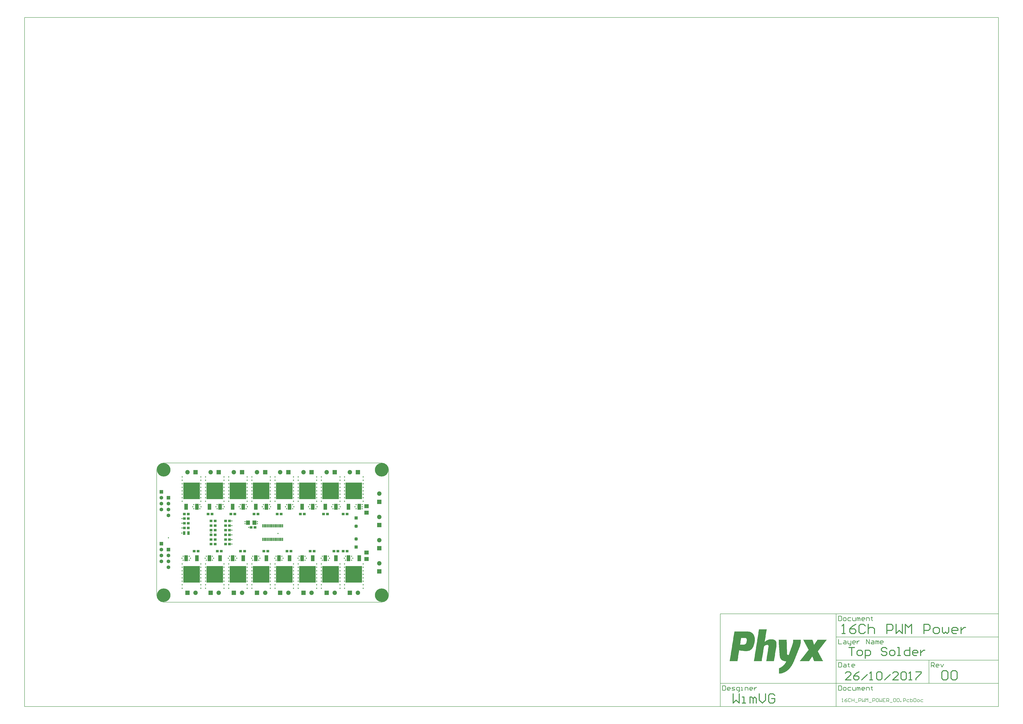
<source format=gts>
G04 Layer_Color=8388736*
%FSLAX25Y25*%
%MOIN*%
G70*
G01*
G75*
%ADD11C,0.00787*%
%ADD13C,0.01575*%
%ADD23C,0.00984*%
%ADD38R,0.01968X0.05709*%
%ADD39R,0.04724X0.04331*%
%ADD40R,0.06693X0.07480*%
%ADD41R,0.07480X0.06693*%
%ADD42R,0.04331X0.06299*%
%ADD43R,0.27953X0.27953*%
%ADD44R,0.06299X0.10236*%
%ADD45C,0.22835*%
%ADD46R,0.07480X0.07480*%
%ADD47C,0.07480*%
%ADD48R,0.05315X0.05315*%
G04:AMPARAMS|DCode=49|XSize=53.15mil|YSize=53.15mil|CornerRadius=14.27mil|HoleSize=0mil|Usage=FLASHONLY|Rotation=270.000|XOffset=0mil|YOffset=0mil|HoleType=Round|Shape=RoundedRectangle|*
%AMROUNDEDRECTD49*
21,1,0.05315,0.02461,0,0,270.0*
21,1,0.02461,0.05315,0,0,270.0*
1,1,0.02854,-0.01230,-0.01230*
1,1,0.02854,-0.01230,0.01230*
1,1,0.02854,0.01230,0.01230*
1,1,0.02854,0.01230,-0.01230*
%
%ADD49ROUNDEDRECTD49*%
%ADD50R,0.07480X0.07480*%
%ADD51R,0.06299X0.06299*%
%ADD52C,0.06299*%
%ADD53C,0.01968*%
G36*
X1093521Y-64032D02*
Y-64318D01*
Y-64605D01*
Y-64891D01*
Y-65177D01*
Y-65464D01*
Y-65750D01*
Y-66036D01*
Y-66322D01*
Y-66609D01*
Y-66895D01*
Y-67181D01*
Y-67468D01*
Y-67754D01*
Y-68040D01*
Y-68327D01*
Y-68613D01*
Y-68899D01*
Y-69186D01*
Y-69472D01*
Y-69758D01*
X1093234D01*
Y-70044D01*
Y-70331D01*
Y-70617D01*
Y-70903D01*
Y-71190D01*
X1092948D01*
Y-71476D01*
Y-71762D01*
Y-72049D01*
Y-72335D01*
X1092662D01*
Y-72621D01*
Y-72908D01*
Y-73194D01*
Y-73480D01*
X1092375D01*
Y-73767D01*
Y-74053D01*
Y-74339D01*
X1092089D01*
Y-74625D01*
Y-74912D01*
Y-75198D01*
X1091803D01*
Y-75485D01*
Y-75771D01*
Y-76057D01*
X1091516D01*
Y-76343D01*
Y-76630D01*
Y-76916D01*
X1091230D01*
Y-77202D01*
Y-77489D01*
X1090944D01*
Y-77775D01*
Y-78061D01*
X1090657D01*
Y-78348D01*
Y-78634D01*
Y-78920D01*
X1090371D01*
Y-79207D01*
Y-79493D01*
X1090085D01*
Y-79779D01*
Y-80066D01*
Y-80352D01*
X1089799D01*
Y-80638D01*
Y-80924D01*
X1089512D01*
Y-81211D01*
Y-81497D01*
Y-81783D01*
X1089226D01*
Y-82070D01*
Y-82356D01*
X1088939D01*
Y-82642D01*
Y-82929D01*
Y-83215D01*
X1088653D01*
Y-83501D01*
Y-83788D01*
X1088367D01*
Y-84074D01*
Y-84360D01*
Y-84646D01*
X1088081D01*
Y-84933D01*
Y-85219D01*
X1087794D01*
Y-85505D01*
Y-85792D01*
Y-86078D01*
X1087508D01*
Y-86364D01*
Y-86651D01*
X1087222D01*
Y-86937D01*
Y-87223D01*
Y-87510D01*
X1086935D01*
Y-87796D01*
Y-88082D01*
X1086649D01*
Y-88369D01*
Y-88655D01*
Y-88941D01*
X1086363D01*
Y-89227D01*
Y-89514D01*
X1086076D01*
Y-89800D01*
Y-90086D01*
Y-90373D01*
X1085790D01*
Y-90659D01*
Y-90945D01*
X1085504D01*
Y-91232D01*
Y-91518D01*
Y-91804D01*
X1085217D01*
Y-92091D01*
Y-92377D01*
X1084931D01*
Y-92663D01*
Y-92950D01*
Y-93236D01*
X1084645D01*
Y-93522D01*
Y-93809D01*
X1084359D01*
Y-94095D01*
Y-94381D01*
Y-94667D01*
X1084072D01*
Y-94954D01*
Y-95240D01*
X1083786D01*
Y-95526D01*
Y-95813D01*
Y-96099D01*
X1083500D01*
Y-96385D01*
Y-96672D01*
X1083213D01*
Y-96958D01*
Y-97244D01*
Y-97531D01*
X1082927D01*
Y-97817D01*
Y-98103D01*
X1082641D01*
Y-98390D01*
Y-98676D01*
Y-98962D01*
X1082354D01*
Y-99248D01*
Y-99535D01*
X1082068D01*
Y-99821D01*
Y-100107D01*
Y-100394D01*
X1081782D01*
Y-100680D01*
Y-100966D01*
X1081495D01*
Y-101253D01*
Y-101539D01*
X1081209D01*
Y-101825D01*
Y-102112D01*
X1080923D01*
Y-102398D01*
Y-102684D01*
Y-102971D01*
X1080637D01*
Y-103257D01*
X1080350D01*
Y-103543D01*
Y-103829D01*
Y-104116D01*
X1080064D01*
Y-104402D01*
X1079778D01*
Y-104688D01*
Y-104975D01*
X1079491D01*
Y-105261D01*
Y-105547D01*
X1079205D01*
Y-105834D01*
Y-106120D01*
X1078919D01*
Y-106406D01*
Y-106693D01*
X1078632D01*
Y-106979D01*
X1078346D01*
Y-107265D01*
Y-107552D01*
X1078060D01*
Y-107838D01*
Y-108124D01*
X1077773D01*
Y-108410D01*
X1077487D01*
Y-108697D01*
X1077201D01*
Y-108983D01*
Y-109269D01*
X1076914D01*
Y-109556D01*
X1076628D01*
Y-109842D01*
Y-110128D01*
X1076342D01*
Y-110415D01*
X1076056D01*
Y-110701D01*
X1075769D01*
Y-110987D01*
Y-111274D01*
X1075483D01*
Y-111560D01*
X1075196D01*
Y-111846D01*
X1074910D01*
Y-112133D01*
X1074624D01*
Y-112419D01*
X1074338D01*
Y-112705D01*
Y-112991D01*
X1074051D01*
Y-113278D01*
X1073765D01*
Y-113564D01*
X1073479D01*
Y-113850D01*
X1073192D01*
Y-114137D01*
X1072906D01*
Y-114423D01*
X1072620D01*
Y-114709D01*
X1072333D01*
Y-114996D01*
X1071761D01*
Y-115282D01*
X1071474D01*
Y-115568D01*
X1071188D01*
Y-115855D01*
X1070902D01*
Y-116141D01*
X1070615D01*
Y-116427D01*
X1070043D01*
Y-116714D01*
X1069757D01*
Y-117000D01*
X1069184D01*
Y-117286D01*
X1068898D01*
Y-117572D01*
X1068325D01*
Y-117859D01*
X1068039D01*
Y-118145D01*
X1067466D01*
Y-118431D01*
X1066893D01*
Y-118718D01*
X1066321D01*
Y-119004D01*
X1065748D01*
Y-119290D01*
X1065176D01*
Y-119577D01*
X1064317D01*
Y-119863D01*
X1063744D01*
Y-120149D01*
X1062885D01*
Y-120436D01*
X1061740D01*
Y-120722D01*
X1060595D01*
Y-121008D01*
X1058877D01*
Y-121294D01*
X1056872D01*
Y-121581D01*
X1056586D01*
Y-121294D01*
Y-121008D01*
Y-120722D01*
Y-120436D01*
Y-120149D01*
Y-119863D01*
Y-119577D01*
Y-119290D01*
Y-119004D01*
Y-118718D01*
Y-118431D01*
Y-118145D01*
Y-117859D01*
Y-117572D01*
Y-117286D01*
Y-117000D01*
Y-116714D01*
Y-116427D01*
Y-116141D01*
Y-115855D01*
Y-115568D01*
Y-115282D01*
Y-114996D01*
Y-114709D01*
Y-114423D01*
Y-114137D01*
Y-113850D01*
Y-113564D01*
Y-113278D01*
Y-112991D01*
Y-112705D01*
Y-112419D01*
Y-112133D01*
X1057159D01*
Y-111846D01*
X1057731D01*
Y-111560D01*
X1058304D01*
Y-111274D01*
X1058877D01*
Y-110987D01*
X1059449D01*
Y-110701D01*
X1060022D01*
Y-110415D01*
X1060308D01*
Y-110128D01*
X1060881D01*
Y-109842D01*
X1061167D01*
Y-109556D01*
X1061740D01*
Y-109269D01*
X1062026D01*
Y-108983D01*
X1062312D01*
Y-108697D01*
X1062885D01*
Y-108410D01*
X1063171D01*
Y-108124D01*
X1063458D01*
Y-107838D01*
X1063744D01*
Y-107552D01*
X1064030D01*
Y-107265D01*
X1064317D01*
Y-106979D01*
X1064603D01*
Y-106693D01*
X1064889D01*
Y-106406D01*
X1065176D01*
Y-106120D01*
X1065462D01*
Y-105834D01*
X1065748D01*
Y-105547D01*
X1066035D01*
Y-105261D01*
Y-104975D01*
X1066321D01*
Y-104688D01*
X1066607D01*
Y-104402D01*
X1066893D01*
Y-104116D01*
Y-103829D01*
X1067180D01*
Y-103543D01*
X1067466D01*
Y-103257D01*
Y-102971D01*
X1067752D01*
Y-102684D01*
Y-102398D01*
X1068039D01*
Y-102112D01*
X1068325D01*
Y-101825D01*
Y-101539D01*
X1068611D01*
Y-101253D01*
Y-100966D01*
X1068898D01*
Y-100680D01*
Y-100394D01*
X1067180D01*
Y-100107D01*
X1065176D01*
Y-99821D01*
X1064030D01*
Y-99535D01*
X1063458D01*
Y-99248D01*
X1062599D01*
Y-98962D01*
X1062026D01*
Y-98676D01*
X1061740D01*
Y-98390D01*
X1061167D01*
Y-98103D01*
X1060881D01*
Y-97817D01*
X1060595D01*
Y-97531D01*
X1060308D01*
Y-97244D01*
X1060022D01*
Y-96958D01*
X1059736D01*
Y-96672D01*
Y-96385D01*
X1059449D01*
Y-96099D01*
X1059163D01*
Y-95813D01*
Y-95526D01*
X1058877D01*
Y-95240D01*
Y-94954D01*
X1058590D01*
Y-94667D01*
Y-94381D01*
X1058304D01*
Y-94095D01*
Y-93809D01*
Y-93522D01*
X1058018D01*
Y-93236D01*
Y-92950D01*
Y-92663D01*
Y-92377D01*
X1057731D01*
Y-92091D01*
Y-91804D01*
Y-91518D01*
Y-91232D01*
Y-90945D01*
Y-90659D01*
Y-90373D01*
X1057445D01*
Y-90086D01*
Y-89800D01*
Y-89514D01*
Y-89227D01*
Y-88941D01*
Y-88655D01*
Y-88369D01*
Y-88082D01*
Y-87796D01*
Y-87510D01*
Y-87223D01*
Y-86937D01*
Y-86651D01*
Y-86364D01*
Y-86078D01*
X1057159D01*
Y-85792D01*
Y-85505D01*
Y-85219D01*
Y-84933D01*
Y-84646D01*
Y-84360D01*
Y-84074D01*
Y-83788D01*
Y-83501D01*
Y-83215D01*
Y-82929D01*
Y-82642D01*
Y-82356D01*
Y-82070D01*
Y-81783D01*
X1056872D01*
Y-81497D01*
Y-81211D01*
Y-80924D01*
Y-80638D01*
Y-80352D01*
Y-80066D01*
Y-79779D01*
Y-79493D01*
Y-79207D01*
Y-78920D01*
Y-78634D01*
Y-78348D01*
Y-78061D01*
Y-77775D01*
Y-77489D01*
Y-77202D01*
X1056586D01*
Y-76916D01*
Y-76630D01*
Y-76343D01*
Y-76057D01*
Y-75771D01*
Y-75485D01*
Y-75198D01*
Y-74912D01*
Y-74625D01*
Y-74339D01*
Y-74053D01*
Y-73767D01*
Y-73480D01*
Y-73194D01*
Y-72908D01*
Y-72621D01*
X1056300D01*
Y-72335D01*
Y-72049D01*
Y-71762D01*
Y-71476D01*
Y-71190D01*
Y-70903D01*
Y-70617D01*
Y-70331D01*
Y-70044D01*
Y-69758D01*
Y-69472D01*
Y-69186D01*
Y-68899D01*
Y-68613D01*
X1056014D01*
Y-68327D01*
Y-68040D01*
Y-67754D01*
Y-67468D01*
Y-67181D01*
Y-66895D01*
Y-66609D01*
Y-66322D01*
Y-66036D01*
Y-65750D01*
Y-65464D01*
Y-65177D01*
Y-64891D01*
Y-64605D01*
Y-64318D01*
Y-64032D01*
X1055727D01*
Y-63746D01*
X1069470D01*
Y-64032D01*
Y-64318D01*
Y-64605D01*
Y-64891D01*
Y-65177D01*
Y-65464D01*
Y-65750D01*
Y-66036D01*
Y-66322D01*
Y-66609D01*
Y-66895D01*
Y-67181D01*
Y-67468D01*
Y-67754D01*
X1069757D01*
Y-68040D01*
Y-68327D01*
Y-68613D01*
Y-68899D01*
Y-69186D01*
Y-69472D01*
Y-69758D01*
Y-70044D01*
Y-70331D01*
Y-70617D01*
Y-70903D01*
Y-71190D01*
Y-71476D01*
Y-71762D01*
Y-72049D01*
Y-72335D01*
Y-72621D01*
Y-72908D01*
Y-73194D01*
Y-73480D01*
Y-73767D01*
Y-74053D01*
Y-74339D01*
Y-74625D01*
Y-74912D01*
Y-75198D01*
Y-75485D01*
Y-75771D01*
Y-76057D01*
Y-76343D01*
Y-76630D01*
Y-76916D01*
Y-77202D01*
Y-77489D01*
Y-77775D01*
Y-78061D01*
Y-78348D01*
Y-78634D01*
Y-78920D01*
Y-79207D01*
Y-79493D01*
X1070043D01*
Y-79779D01*
X1069757D01*
Y-80066D01*
Y-80352D01*
X1070043D01*
Y-80638D01*
Y-80924D01*
Y-81211D01*
Y-81497D01*
Y-81783D01*
Y-82070D01*
Y-82356D01*
Y-82642D01*
Y-82929D01*
Y-83215D01*
Y-83501D01*
Y-83788D01*
Y-84074D01*
Y-84360D01*
Y-84646D01*
Y-84933D01*
Y-85219D01*
Y-85505D01*
Y-85792D01*
Y-86078D01*
Y-86364D01*
Y-86651D01*
Y-86937D01*
Y-87223D01*
Y-87510D01*
Y-87796D01*
X1070329D01*
Y-88082D01*
Y-88369D01*
Y-88655D01*
X1070615D01*
Y-88941D01*
X1070902D01*
Y-89227D01*
X1071188D01*
Y-89514D01*
X1072047D01*
Y-89800D01*
X1072906D01*
Y-89514D01*
X1073192D01*
Y-89227D01*
Y-88941D01*
Y-88655D01*
X1073479D01*
Y-88369D01*
Y-88082D01*
X1073765D01*
Y-87796D01*
Y-87510D01*
Y-87223D01*
X1074051D01*
Y-86937D01*
Y-86651D01*
Y-86364D01*
X1074338D01*
Y-86078D01*
Y-85792D01*
Y-85505D01*
X1074624D01*
Y-85219D01*
Y-84933D01*
Y-84646D01*
X1074910D01*
Y-84360D01*
Y-84074D01*
X1075196D01*
Y-83788D01*
Y-83501D01*
Y-83215D01*
X1075483D01*
Y-82929D01*
Y-82642D01*
Y-82356D01*
X1075769D01*
Y-82070D01*
Y-81783D01*
Y-81497D01*
X1076056D01*
Y-81211D01*
Y-80924D01*
X1076342D01*
Y-80638D01*
Y-80352D01*
Y-80066D01*
X1076628D01*
Y-79779D01*
Y-79493D01*
Y-79207D01*
X1076914D01*
Y-78920D01*
Y-78634D01*
Y-78348D01*
X1077201D01*
Y-78061D01*
Y-77775D01*
X1077487D01*
Y-77489D01*
Y-77202D01*
Y-76916D01*
X1077773D01*
Y-76630D01*
Y-76343D01*
Y-76057D01*
X1078060D01*
Y-75771D01*
Y-75485D01*
Y-75198D01*
X1078346D01*
Y-74912D01*
Y-74625D01*
X1078632D01*
Y-74339D01*
Y-74053D01*
Y-73767D01*
X1078919D01*
Y-73480D01*
Y-73194D01*
Y-72908D01*
X1079205D01*
Y-72621D01*
Y-72335D01*
Y-72049D01*
X1079491D01*
Y-71762D01*
Y-71476D01*
Y-71190D01*
Y-70903D01*
X1079778D01*
Y-70617D01*
Y-70331D01*
Y-70044D01*
Y-69758D01*
X1080064D01*
Y-69472D01*
Y-69186D01*
Y-68899D01*
Y-68613D01*
Y-68327D01*
X1080350D01*
Y-68040D01*
Y-67754D01*
Y-67468D01*
Y-67181D01*
Y-66895D01*
Y-66609D01*
X1080637D01*
Y-66322D01*
Y-66036D01*
Y-65750D01*
Y-65464D01*
Y-65177D01*
Y-64891D01*
Y-64605D01*
Y-64318D01*
Y-64032D01*
Y-63746D01*
X1093521D01*
Y-64032D01*
D02*
G37*
G36*
X1035685Y-46567D02*
Y-46853D01*
X1035399D01*
Y-47139D01*
Y-47426D01*
Y-47712D01*
Y-47998D01*
Y-48285D01*
Y-48571D01*
X1035113D01*
Y-48857D01*
Y-49144D01*
Y-49430D01*
Y-49716D01*
Y-50003D01*
Y-50289D01*
X1034826D01*
Y-50575D01*
Y-50862D01*
Y-51148D01*
Y-51434D01*
Y-51720D01*
Y-52007D01*
Y-52293D01*
X1034540D01*
Y-52579D01*
Y-52866D01*
Y-53152D01*
Y-53438D01*
Y-53725D01*
Y-54011D01*
X1034254D01*
Y-54297D01*
Y-54584D01*
Y-54870D01*
Y-55156D01*
Y-55443D01*
Y-55729D01*
X1033967D01*
Y-56015D01*
Y-56301D01*
Y-56588D01*
Y-56874D01*
Y-57161D01*
Y-57447D01*
Y-57733D01*
X1033681D01*
Y-58019D01*
Y-58306D01*
Y-58592D01*
Y-58878D01*
Y-59165D01*
Y-59451D01*
X1033395D01*
Y-59737D01*
Y-60024D01*
Y-60310D01*
Y-60596D01*
Y-60883D01*
Y-61169D01*
X1033109D01*
Y-61455D01*
Y-61742D01*
Y-62028D01*
Y-62314D01*
Y-62600D01*
Y-62887D01*
X1032822D01*
Y-63173D01*
Y-63459D01*
Y-63746D01*
Y-64032D01*
Y-64318D01*
Y-64605D01*
Y-64891D01*
X1032536D01*
Y-65177D01*
Y-65464D01*
Y-65750D01*
Y-66036D01*
Y-66322D01*
Y-66609D01*
X1032250D01*
Y-66895D01*
Y-67181D01*
X1032822D01*
Y-66895D01*
X1033109D01*
Y-66609D01*
X1033395D01*
Y-66322D01*
X1033967D01*
Y-66036D01*
X1034254D01*
Y-65750D01*
X1034540D01*
Y-65464D01*
X1035113D01*
Y-65177D01*
X1035685D01*
Y-64891D01*
X1035972D01*
Y-64605D01*
X1036544D01*
Y-64318D01*
X1037403D01*
Y-64032D01*
X1037976D01*
Y-63746D01*
X1038835D01*
Y-63459D01*
X1040266D01*
Y-63173D01*
X1046565D01*
Y-63459D01*
X1047711D01*
Y-63746D01*
X1048569D01*
Y-64032D01*
X1049142D01*
Y-64318D01*
X1049428D01*
Y-64605D01*
X1050001D01*
Y-64891D01*
X1050287D01*
Y-65177D01*
X1050574D01*
Y-65464D01*
X1050860D01*
Y-65750D01*
X1051146D01*
Y-66036D01*
Y-66322D01*
X1051433D01*
Y-66609D01*
Y-66895D01*
X1051719D01*
Y-67181D01*
Y-67468D01*
Y-67754D01*
X1052005D01*
Y-68040D01*
Y-68327D01*
Y-68613D01*
Y-68899D01*
X1052291D01*
Y-69186D01*
Y-69472D01*
Y-69758D01*
Y-70044D01*
Y-70331D01*
Y-70617D01*
Y-70903D01*
Y-71190D01*
Y-71476D01*
Y-71762D01*
Y-72049D01*
Y-72335D01*
Y-72621D01*
Y-72908D01*
Y-73194D01*
Y-73480D01*
Y-73767D01*
Y-74053D01*
X1052005D01*
Y-74339D01*
Y-74625D01*
Y-74912D01*
Y-75198D01*
Y-75485D01*
Y-75771D01*
Y-76057D01*
X1051719D01*
Y-76343D01*
Y-76630D01*
Y-76916D01*
Y-77202D01*
Y-77489D01*
Y-77775D01*
Y-78061D01*
X1051433D01*
Y-78348D01*
Y-78634D01*
Y-78920D01*
Y-79207D01*
Y-79493D01*
Y-79779D01*
X1051146D01*
Y-80066D01*
Y-80352D01*
Y-80638D01*
Y-80924D01*
Y-81211D01*
Y-81497D01*
X1050860D01*
Y-81783D01*
Y-82070D01*
Y-82356D01*
Y-82642D01*
Y-82929D01*
Y-83215D01*
X1050574D01*
Y-83501D01*
Y-83788D01*
Y-84074D01*
Y-84360D01*
Y-84646D01*
Y-84933D01*
Y-85219D01*
X1050287D01*
Y-85505D01*
Y-85792D01*
Y-86078D01*
Y-86364D01*
Y-86651D01*
Y-86937D01*
X1050001D01*
Y-87223D01*
Y-87510D01*
Y-87796D01*
Y-88082D01*
Y-88369D01*
Y-88655D01*
X1049715D01*
Y-88941D01*
Y-89227D01*
Y-89514D01*
Y-89800D01*
Y-90086D01*
Y-90373D01*
Y-90659D01*
X1049428D01*
Y-90945D01*
Y-91232D01*
Y-91518D01*
Y-91804D01*
Y-92091D01*
Y-92377D01*
X1049142D01*
Y-92663D01*
Y-92950D01*
Y-93236D01*
Y-93522D01*
Y-93809D01*
Y-94095D01*
X1048856D01*
Y-94381D01*
Y-94667D01*
Y-94954D01*
Y-95240D01*
Y-95526D01*
Y-95813D01*
X1048569D01*
Y-96099D01*
Y-96385D01*
Y-96672D01*
Y-96958D01*
Y-97244D01*
Y-97531D01*
Y-97817D01*
X1048283D01*
Y-98103D01*
Y-98390D01*
Y-98676D01*
Y-98962D01*
Y-99248D01*
Y-99535D01*
X1047997D01*
Y-99821D01*
Y-100107D01*
X1034826D01*
Y-99821D01*
Y-99535D01*
X1035113D01*
Y-99248D01*
Y-98962D01*
Y-98676D01*
Y-98390D01*
Y-98103D01*
Y-97817D01*
X1035399D01*
Y-97531D01*
Y-97244D01*
Y-96958D01*
Y-96672D01*
Y-96385D01*
Y-96099D01*
Y-95813D01*
X1035685D01*
Y-95526D01*
Y-95240D01*
Y-94954D01*
Y-94667D01*
Y-94381D01*
Y-94095D01*
X1035972D01*
Y-93809D01*
Y-93522D01*
Y-93236D01*
Y-92950D01*
Y-92663D01*
Y-92377D01*
X1036258D01*
Y-92091D01*
Y-91804D01*
Y-91518D01*
Y-91232D01*
Y-90945D01*
Y-90659D01*
Y-90373D01*
X1036544D01*
Y-90086D01*
Y-89800D01*
Y-89514D01*
Y-89227D01*
Y-88941D01*
Y-88655D01*
X1036831D01*
Y-88369D01*
Y-88082D01*
Y-87796D01*
Y-87510D01*
Y-87223D01*
Y-86937D01*
Y-86651D01*
X1037117D01*
Y-86364D01*
Y-86078D01*
Y-85792D01*
Y-85505D01*
Y-85219D01*
Y-84933D01*
X1037403D01*
Y-84646D01*
Y-84360D01*
Y-84074D01*
Y-83788D01*
Y-83501D01*
Y-83215D01*
X1037689D01*
Y-82929D01*
Y-82642D01*
Y-82356D01*
Y-82070D01*
Y-81783D01*
Y-81497D01*
X1037976D01*
Y-81211D01*
Y-80924D01*
Y-80638D01*
Y-80352D01*
Y-80066D01*
Y-79779D01*
Y-79493D01*
X1038262D01*
Y-79207D01*
Y-78920D01*
Y-78634D01*
Y-78348D01*
Y-78061D01*
Y-77775D01*
X1038548D01*
Y-77489D01*
Y-77202D01*
Y-76916D01*
Y-76630D01*
Y-76343D01*
Y-76057D01*
Y-75771D01*
X1038835D01*
Y-75485D01*
Y-75198D01*
Y-74912D01*
Y-74625D01*
Y-74339D01*
Y-74053D01*
X1038548D01*
Y-73767D01*
Y-73480D01*
X1038262D01*
Y-73194D01*
X1037976D01*
Y-72908D01*
X1037403D01*
Y-72621D01*
X1035685D01*
Y-72908D01*
X1034254D01*
Y-73194D01*
X1033395D01*
Y-73480D01*
X1032822D01*
Y-73767D01*
X1032536D01*
Y-74053D01*
X1031963D01*
Y-74339D01*
X1031677D01*
Y-74625D01*
X1031391D01*
Y-74912D01*
Y-75198D01*
X1031104D01*
Y-75485D01*
Y-75771D01*
Y-76057D01*
X1030818D01*
Y-76343D01*
Y-76630D01*
Y-76916D01*
Y-77202D01*
Y-77489D01*
Y-77775D01*
X1030532D01*
Y-78061D01*
Y-78348D01*
Y-78634D01*
Y-78920D01*
Y-79207D01*
Y-79493D01*
Y-79779D01*
X1030245D01*
Y-80066D01*
Y-80352D01*
Y-80638D01*
Y-80924D01*
Y-81211D01*
Y-81497D01*
X1029959D01*
Y-81783D01*
Y-82070D01*
Y-82356D01*
Y-82642D01*
Y-82929D01*
Y-83215D01*
X1029673D01*
Y-83501D01*
Y-83788D01*
Y-84074D01*
Y-84360D01*
Y-84646D01*
Y-84933D01*
X1029387D01*
Y-85219D01*
Y-85505D01*
Y-85792D01*
Y-86078D01*
Y-86364D01*
Y-86651D01*
Y-86937D01*
X1029100D01*
Y-87223D01*
Y-87510D01*
Y-87796D01*
Y-88082D01*
Y-88369D01*
Y-88655D01*
X1028814D01*
Y-88941D01*
Y-89227D01*
Y-89514D01*
Y-89800D01*
Y-90086D01*
Y-90373D01*
X1028528D01*
Y-90659D01*
Y-90945D01*
Y-91232D01*
Y-91518D01*
Y-91804D01*
Y-92091D01*
Y-92377D01*
X1028241D01*
Y-92663D01*
Y-92950D01*
Y-93236D01*
Y-93522D01*
Y-93809D01*
Y-94095D01*
X1027955D01*
Y-94381D01*
Y-94667D01*
Y-94954D01*
Y-95240D01*
Y-95526D01*
Y-95813D01*
X1027669D01*
Y-96099D01*
Y-96385D01*
Y-96672D01*
Y-96958D01*
Y-97244D01*
Y-97531D01*
X1027382D01*
Y-97817D01*
Y-98103D01*
Y-98390D01*
Y-98676D01*
Y-98962D01*
Y-99248D01*
Y-99535D01*
X1027096D01*
Y-99821D01*
Y-100107D01*
X1013926D01*
Y-99821D01*
Y-99535D01*
X1014212D01*
Y-99248D01*
Y-98962D01*
Y-98676D01*
Y-98390D01*
Y-98103D01*
Y-97817D01*
Y-97531D01*
X1014498D01*
Y-97244D01*
Y-96958D01*
Y-96672D01*
Y-96385D01*
Y-96099D01*
Y-95813D01*
X1014785D01*
Y-95526D01*
Y-95240D01*
Y-94954D01*
Y-94667D01*
Y-94381D01*
Y-94095D01*
X1015071D01*
Y-93809D01*
Y-93522D01*
Y-93236D01*
Y-92950D01*
Y-92663D01*
Y-92377D01*
Y-92091D01*
X1015357D01*
Y-91804D01*
Y-91518D01*
Y-91232D01*
Y-90945D01*
Y-90659D01*
Y-90373D01*
X1015643D01*
Y-90086D01*
Y-89800D01*
Y-89514D01*
Y-89227D01*
Y-88941D01*
Y-88655D01*
X1015930D01*
Y-88369D01*
Y-88082D01*
Y-87796D01*
Y-87510D01*
Y-87223D01*
Y-86937D01*
X1016216D01*
Y-86651D01*
Y-86364D01*
Y-86078D01*
Y-85792D01*
Y-85505D01*
Y-85219D01*
Y-84933D01*
X1016502D01*
Y-84646D01*
Y-84360D01*
Y-84074D01*
Y-83788D01*
Y-83501D01*
Y-83215D01*
X1016789D01*
Y-82929D01*
Y-82642D01*
Y-82356D01*
Y-82070D01*
Y-81783D01*
Y-81497D01*
X1017075D01*
Y-81211D01*
Y-80924D01*
Y-80638D01*
Y-80352D01*
Y-80066D01*
Y-79779D01*
Y-79493D01*
X1017361D01*
Y-79207D01*
Y-78920D01*
Y-78634D01*
Y-78348D01*
Y-78061D01*
Y-77775D01*
X1017648D01*
Y-77489D01*
Y-77202D01*
Y-76916D01*
Y-76630D01*
Y-76343D01*
Y-76057D01*
X1017934D01*
Y-75771D01*
Y-75485D01*
Y-75198D01*
Y-74912D01*
Y-74625D01*
Y-74339D01*
X1018220D01*
Y-74053D01*
Y-73767D01*
Y-73480D01*
Y-73194D01*
Y-72908D01*
Y-72621D01*
Y-72335D01*
X1018507D01*
Y-72049D01*
Y-71762D01*
Y-71476D01*
Y-71190D01*
Y-70903D01*
Y-70617D01*
X1018793D01*
Y-70331D01*
Y-70044D01*
Y-69758D01*
Y-69472D01*
Y-69186D01*
Y-68899D01*
X1019079D01*
Y-68613D01*
Y-68327D01*
Y-68040D01*
Y-67754D01*
Y-67468D01*
Y-67181D01*
X1019366D01*
Y-66895D01*
Y-66609D01*
Y-66322D01*
Y-66036D01*
Y-65750D01*
Y-65464D01*
Y-65177D01*
X1019652D01*
Y-64891D01*
Y-64605D01*
Y-64318D01*
Y-64032D01*
Y-63746D01*
Y-63459D01*
X1019938D01*
Y-63173D01*
Y-62887D01*
Y-62600D01*
Y-62314D01*
Y-62028D01*
Y-61742D01*
X1020224D01*
Y-61455D01*
Y-61169D01*
Y-60883D01*
Y-60596D01*
Y-60310D01*
Y-60024D01*
Y-59737D01*
X1020511D01*
Y-59451D01*
Y-59165D01*
Y-58878D01*
Y-58592D01*
Y-58306D01*
Y-58019D01*
X1020797D01*
Y-57733D01*
Y-57447D01*
Y-57161D01*
Y-56874D01*
Y-56588D01*
Y-56301D01*
X1021083D01*
Y-56015D01*
Y-55729D01*
Y-55443D01*
Y-55156D01*
Y-54870D01*
Y-54584D01*
X1021370D01*
Y-54297D01*
Y-54011D01*
Y-53725D01*
Y-53438D01*
Y-53152D01*
Y-52866D01*
Y-52579D01*
X1021656D01*
Y-52293D01*
Y-52007D01*
Y-51720D01*
Y-51434D01*
Y-51148D01*
Y-50862D01*
X1021942D01*
Y-50575D01*
Y-50289D01*
Y-50003D01*
Y-49716D01*
Y-49430D01*
Y-49144D01*
X1022229D01*
Y-48857D01*
Y-48571D01*
Y-48285D01*
Y-47998D01*
Y-47712D01*
Y-47426D01*
Y-47139D01*
X1022515D01*
Y-46853D01*
Y-46567D01*
Y-46281D01*
X1035685D01*
Y-46567D01*
D02*
G37*
G36*
X1004477Y-50003D02*
X1006195D01*
Y-50289D01*
X1007054D01*
Y-50575D01*
X1007913D01*
Y-50862D01*
X1008772D01*
Y-51148D01*
X1009345D01*
Y-51434D01*
X1009631D01*
Y-51720D01*
X1010203D01*
Y-52007D01*
X1010490D01*
Y-52293D01*
X1011062D01*
Y-52579D01*
X1011349D01*
Y-52866D01*
X1011635D01*
Y-53152D01*
X1011921D01*
Y-53438D01*
X1012208D01*
Y-53725D01*
X1012494D01*
Y-54011D01*
X1012780D01*
Y-54297D01*
Y-54584D01*
X1013067D01*
Y-54870D01*
X1013353D01*
Y-55156D01*
Y-55443D01*
X1013639D01*
Y-55729D01*
X1013926D01*
Y-56015D01*
Y-56301D01*
X1014212D01*
Y-56588D01*
Y-56874D01*
Y-57161D01*
X1014498D01*
Y-57447D01*
Y-57733D01*
Y-58019D01*
X1014785D01*
Y-58306D01*
Y-58592D01*
Y-58878D01*
Y-59165D01*
X1015071D01*
Y-59451D01*
Y-59737D01*
Y-60024D01*
Y-60310D01*
Y-60596D01*
X1015357D01*
Y-60883D01*
Y-61169D01*
Y-61455D01*
Y-61742D01*
Y-62028D01*
Y-62314D01*
Y-62600D01*
Y-62887D01*
Y-63173D01*
Y-63459D01*
Y-63746D01*
Y-64032D01*
Y-64318D01*
Y-64605D01*
Y-64891D01*
Y-65177D01*
Y-65464D01*
Y-65750D01*
Y-66036D01*
Y-66322D01*
X1015071D01*
Y-66609D01*
Y-66895D01*
Y-67181D01*
Y-67468D01*
Y-67754D01*
Y-68040D01*
Y-68327D01*
X1014785D01*
Y-68613D01*
Y-68899D01*
Y-69186D01*
Y-69472D01*
Y-69758D01*
X1014498D01*
Y-70044D01*
Y-70331D01*
Y-70617D01*
Y-70903D01*
Y-71190D01*
X1014212D01*
Y-71476D01*
Y-71762D01*
Y-72049D01*
X1013926D01*
Y-72335D01*
Y-72621D01*
Y-72908D01*
Y-73194D01*
X1013639D01*
Y-73480D01*
Y-73767D01*
Y-74053D01*
X1013353D01*
Y-74339D01*
Y-74625D01*
X1013067D01*
Y-74912D01*
Y-75198D01*
Y-75485D01*
X1012780D01*
Y-75771D01*
Y-76057D01*
X1012494D01*
Y-76343D01*
Y-76630D01*
X1012208D01*
Y-76916D01*
Y-77202D01*
X1011921D01*
Y-77489D01*
X1011635D01*
Y-77775D01*
Y-78061D01*
X1011349D01*
Y-78348D01*
X1011062D01*
Y-78634D01*
X1010776D01*
Y-78920D01*
Y-79207D01*
X1010490D01*
Y-79493D01*
X1010203D01*
Y-79779D01*
X1009917D01*
Y-80066D01*
X1009631D01*
Y-80352D01*
X1009345D01*
Y-80638D01*
X1008772D01*
Y-80924D01*
X1008486D01*
Y-81211D01*
X1007913D01*
Y-81497D01*
X1007627D01*
Y-81783D01*
X1007054D01*
Y-82070D01*
X1006195D01*
Y-82356D01*
X1005336D01*
Y-82642D01*
X1004477D01*
Y-82929D01*
X1002759D01*
Y-83215D01*
X997606D01*
Y-82929D01*
X995029D01*
Y-82642D01*
X993025D01*
Y-82356D01*
X991593D01*
Y-82070D01*
X990162D01*
Y-81783D01*
X988730D01*
Y-82070D01*
Y-82356D01*
Y-82642D01*
Y-82929D01*
Y-83215D01*
Y-83501D01*
Y-83788D01*
X988444D01*
Y-84074D01*
Y-84360D01*
Y-84646D01*
Y-84933D01*
Y-85219D01*
Y-85505D01*
X988157D01*
Y-85792D01*
Y-86078D01*
Y-86364D01*
Y-86651D01*
Y-86937D01*
Y-87223D01*
X987871D01*
Y-87510D01*
Y-87796D01*
Y-88082D01*
Y-88369D01*
Y-88655D01*
Y-88941D01*
Y-89227D01*
X987585D01*
Y-89514D01*
Y-89800D01*
Y-90086D01*
Y-90373D01*
Y-90659D01*
Y-90945D01*
X987298D01*
Y-91232D01*
Y-91518D01*
Y-91804D01*
Y-92091D01*
Y-92377D01*
Y-92663D01*
X987012D01*
Y-92950D01*
Y-93236D01*
Y-93522D01*
Y-93809D01*
Y-94095D01*
Y-94381D01*
Y-94667D01*
X986726D01*
Y-94954D01*
Y-95240D01*
Y-95526D01*
Y-95813D01*
Y-96099D01*
Y-96385D01*
X986440D01*
Y-96672D01*
Y-96958D01*
Y-97244D01*
Y-97531D01*
Y-97817D01*
Y-98103D01*
X986153D01*
Y-98390D01*
Y-98676D01*
Y-98962D01*
Y-99248D01*
Y-99535D01*
Y-99821D01*
Y-100107D01*
X972696D01*
Y-99821D01*
X972983D01*
Y-99535D01*
Y-99248D01*
Y-98962D01*
Y-98676D01*
Y-98390D01*
X973269D01*
Y-98103D01*
Y-97817D01*
Y-97531D01*
Y-97244D01*
Y-96958D01*
Y-96672D01*
Y-96385D01*
X973555D01*
Y-96099D01*
Y-95813D01*
Y-95526D01*
Y-95240D01*
Y-94954D01*
Y-94667D01*
X973842D01*
Y-94381D01*
Y-94095D01*
Y-93809D01*
Y-93522D01*
Y-93236D01*
Y-92950D01*
X974128D01*
Y-92663D01*
Y-92377D01*
Y-92091D01*
Y-91804D01*
Y-91518D01*
Y-91232D01*
Y-90945D01*
X974414D01*
Y-90659D01*
Y-90373D01*
Y-90086D01*
Y-89800D01*
Y-89514D01*
Y-89227D01*
X974701D01*
Y-88941D01*
Y-88655D01*
Y-88369D01*
Y-88082D01*
Y-87796D01*
Y-87510D01*
X974987D01*
Y-87223D01*
Y-86937D01*
Y-86651D01*
Y-86364D01*
Y-86078D01*
Y-85792D01*
X975273D01*
Y-85505D01*
Y-85219D01*
Y-84933D01*
Y-84646D01*
Y-84360D01*
Y-84074D01*
Y-83788D01*
X975560D01*
Y-83501D01*
Y-83215D01*
Y-82929D01*
Y-82642D01*
Y-82356D01*
Y-82070D01*
X975846D01*
Y-81783D01*
Y-81497D01*
Y-81211D01*
Y-80924D01*
Y-80638D01*
Y-80352D01*
X976132D01*
Y-80066D01*
Y-79779D01*
Y-79493D01*
Y-79207D01*
Y-78920D01*
Y-78634D01*
X976419D01*
Y-78348D01*
Y-78061D01*
Y-77775D01*
Y-77489D01*
Y-77202D01*
Y-76916D01*
Y-76630D01*
X976705D01*
Y-76343D01*
Y-76057D01*
Y-75771D01*
Y-75485D01*
Y-75198D01*
Y-74912D01*
X976991D01*
Y-74625D01*
Y-74339D01*
Y-74053D01*
Y-73767D01*
Y-73480D01*
Y-73194D01*
X977277D01*
Y-72908D01*
Y-72621D01*
Y-72335D01*
Y-72049D01*
Y-71762D01*
Y-71476D01*
Y-71190D01*
X977564D01*
Y-70903D01*
Y-70617D01*
Y-70331D01*
Y-70044D01*
Y-69758D01*
Y-69472D01*
X977850D01*
Y-69186D01*
Y-68899D01*
Y-68613D01*
Y-68327D01*
Y-68040D01*
Y-67754D01*
X978137D01*
Y-67468D01*
Y-67181D01*
Y-66895D01*
Y-66609D01*
Y-66322D01*
Y-66036D01*
X978423D01*
Y-65750D01*
Y-65464D01*
Y-65177D01*
Y-64891D01*
Y-64605D01*
Y-64318D01*
Y-64032D01*
X978709D01*
Y-63746D01*
Y-63459D01*
Y-63173D01*
Y-62887D01*
Y-62600D01*
Y-62314D01*
X978995D01*
Y-62028D01*
Y-61742D01*
Y-61455D01*
Y-61169D01*
Y-60883D01*
Y-60596D01*
X979282D01*
Y-60310D01*
Y-60024D01*
Y-59737D01*
Y-59451D01*
Y-59165D01*
Y-58878D01*
Y-58592D01*
X979568D01*
Y-58306D01*
Y-58019D01*
Y-57733D01*
Y-57447D01*
Y-57161D01*
Y-56874D01*
X979854D01*
Y-56588D01*
Y-56301D01*
Y-56015D01*
Y-55729D01*
Y-55443D01*
Y-55156D01*
X980141D01*
Y-54870D01*
Y-54584D01*
Y-54297D01*
Y-54011D01*
Y-53725D01*
Y-53438D01*
Y-53152D01*
X980427D01*
Y-52866D01*
Y-52579D01*
Y-52293D01*
Y-52007D01*
Y-51720D01*
Y-51434D01*
X980713D01*
Y-51148D01*
Y-50862D01*
Y-50575D01*
Y-50289D01*
Y-50003D01*
Y-49716D01*
X1004477D01*
Y-50003D01*
D02*
G37*
G36*
X1137613Y-64032D02*
X1137326D01*
Y-64318D01*
X1137040D01*
Y-64605D01*
Y-64891D01*
X1136754D01*
Y-65177D01*
X1136467D01*
Y-65464D01*
X1136181D01*
Y-65750D01*
Y-66036D01*
X1135895D01*
Y-66322D01*
X1135608D01*
Y-66609D01*
X1135322D01*
Y-66895D01*
X1135036D01*
Y-67181D01*
Y-67468D01*
X1134750D01*
Y-67754D01*
X1134463D01*
Y-68040D01*
X1134177D01*
Y-68327D01*
Y-68613D01*
X1133891D01*
Y-68899D01*
X1133604D01*
Y-69186D01*
X1133318D01*
Y-69472D01*
X1133032D01*
Y-69758D01*
Y-70044D01*
X1132745D01*
Y-70331D01*
X1132459D01*
Y-70617D01*
X1132173D01*
Y-70903D01*
Y-71190D01*
X1131886D01*
Y-71476D01*
X1131600D01*
Y-71762D01*
X1131314D01*
Y-72049D01*
Y-72335D01*
X1131028D01*
Y-72621D01*
X1130741D01*
Y-72908D01*
X1130455D01*
Y-73194D01*
X1130169D01*
Y-73480D01*
Y-73767D01*
X1129882D01*
Y-74053D01*
X1129596D01*
Y-74339D01*
X1129310D01*
Y-74625D01*
Y-74912D01*
X1129023D01*
Y-75198D01*
X1128737D01*
Y-75485D01*
X1128451D01*
Y-75771D01*
Y-76057D01*
X1128164D01*
Y-76343D01*
X1127878D01*
Y-76630D01*
X1127592D01*
Y-76916D01*
X1127306D01*
Y-77202D01*
Y-77489D01*
X1127019D01*
Y-77775D01*
X1126733D01*
Y-78061D01*
X1126447D01*
Y-78348D01*
Y-78634D01*
X1126160D01*
Y-78920D01*
X1125874D01*
Y-79207D01*
X1125588D01*
Y-79493D01*
Y-79779D01*
X1125301D01*
Y-80066D01*
X1125015D01*
Y-80352D01*
X1124729D01*
Y-80638D01*
X1124442D01*
Y-80924D01*
Y-81211D01*
X1124156D01*
Y-81497D01*
X1123870D01*
Y-81783D01*
X1123583D01*
Y-82070D01*
Y-82356D01*
X1123297D01*
Y-82642D01*
X1123011D01*
Y-82929D01*
X1122725D01*
Y-83215D01*
X1122438D01*
Y-83501D01*
Y-83788D01*
X1122725D01*
Y-84074D01*
Y-84360D01*
X1123011D01*
Y-84646D01*
Y-84933D01*
X1123297D01*
Y-85219D01*
X1123583D01*
Y-85505D01*
Y-85792D01*
X1123870D01*
Y-86078D01*
Y-86364D01*
X1124156D01*
Y-86651D01*
Y-86937D01*
X1124442D01*
Y-87223D01*
Y-87510D01*
X1124729D01*
Y-87796D01*
Y-88082D01*
X1125015D01*
Y-88369D01*
Y-88655D01*
X1125301D01*
Y-88941D01*
Y-89227D01*
X1125588D01*
Y-89514D01*
Y-89800D01*
X1125874D01*
Y-90086D01*
X1126160D01*
Y-90373D01*
Y-90659D01*
X1126447D01*
Y-90945D01*
Y-91232D01*
X1126733D01*
Y-91518D01*
Y-91804D01*
X1127019D01*
Y-92091D01*
Y-92377D01*
X1127306D01*
Y-92663D01*
Y-92950D01*
X1127592D01*
Y-93236D01*
Y-93522D01*
X1127878D01*
Y-93809D01*
Y-94095D01*
X1128164D01*
Y-94381D01*
X1128451D01*
Y-94667D01*
Y-94954D01*
X1128737D01*
Y-95240D01*
Y-95526D01*
X1129023D01*
Y-95813D01*
Y-96099D01*
X1129310D01*
Y-96385D01*
Y-96672D01*
X1129596D01*
Y-96958D01*
Y-97244D01*
X1129882D01*
Y-97531D01*
Y-97817D01*
X1130169D01*
Y-98103D01*
Y-98390D01*
X1130455D01*
Y-98676D01*
X1130741D01*
Y-98962D01*
Y-99248D01*
X1131028D01*
Y-99535D01*
Y-99821D01*
X1131314D01*
Y-100107D01*
X1116139D01*
Y-99821D01*
X1115853D01*
Y-99535D01*
Y-99248D01*
Y-98962D01*
X1115567D01*
Y-98676D01*
Y-98390D01*
Y-98103D01*
X1115280D01*
Y-97817D01*
Y-97531D01*
X1114994D01*
Y-97244D01*
Y-96958D01*
Y-96672D01*
X1114708D01*
Y-96385D01*
Y-96099D01*
Y-95813D01*
X1114421D01*
Y-95526D01*
Y-95240D01*
X1114135D01*
Y-94954D01*
Y-94667D01*
Y-94381D01*
X1113849D01*
Y-94095D01*
Y-93809D01*
Y-93522D01*
X1113562D01*
Y-93236D01*
Y-92950D01*
Y-92663D01*
X1113276D01*
Y-92377D01*
X1112704D01*
Y-92663D01*
Y-92950D01*
X1112417D01*
Y-93236D01*
X1112131D01*
Y-93522D01*
Y-93809D01*
X1111845D01*
Y-94095D01*
X1111558D01*
Y-94381D01*
Y-94667D01*
X1111272D01*
Y-94954D01*
X1110986D01*
Y-95240D01*
Y-95526D01*
X1110699D01*
Y-95813D01*
X1110413D01*
Y-96099D01*
X1110127D01*
Y-96385D01*
Y-96672D01*
X1109840D01*
Y-96958D01*
X1109554D01*
Y-97244D01*
Y-97531D01*
X1109268D01*
Y-97817D01*
X1108981D01*
Y-98103D01*
Y-98390D01*
X1108695D01*
Y-98676D01*
X1108409D01*
Y-98962D01*
Y-99248D01*
X1108123D01*
Y-99535D01*
X1107836D01*
Y-99821D01*
Y-100107D01*
X1091803D01*
Y-99821D01*
X1092089D01*
Y-99535D01*
X1092375D01*
Y-99248D01*
X1092662D01*
Y-98962D01*
X1092948D01*
Y-98676D01*
Y-98390D01*
X1093234D01*
Y-98103D01*
X1093521D01*
Y-97817D01*
X1093807D01*
Y-97531D01*
X1094093D01*
Y-97244D01*
Y-96958D01*
X1094380D01*
Y-96672D01*
X1094666D01*
Y-96385D01*
X1094952D01*
Y-96099D01*
Y-95813D01*
X1095238D01*
Y-95526D01*
X1095525D01*
Y-95240D01*
X1095811D01*
Y-94954D01*
X1096097D01*
Y-94667D01*
Y-94381D01*
X1096384D01*
Y-94095D01*
X1096670D01*
Y-93809D01*
X1096956D01*
Y-93522D01*
X1097243D01*
Y-93236D01*
Y-92950D01*
X1097529D01*
Y-92663D01*
X1097815D01*
Y-92377D01*
X1098102D01*
Y-92091D01*
Y-91804D01*
X1098388D01*
Y-91518D01*
X1098674D01*
Y-91232D01*
X1098960D01*
Y-90945D01*
X1099247D01*
Y-90659D01*
Y-90373D01*
X1099533D01*
Y-90086D01*
X1099819D01*
Y-89800D01*
X1100106D01*
Y-89514D01*
Y-89227D01*
X1100392D01*
Y-88941D01*
X1100678D01*
Y-88655D01*
X1100965D01*
Y-88369D01*
X1101251D01*
Y-88082D01*
Y-87796D01*
X1101537D01*
Y-87510D01*
X1101824D01*
Y-87223D01*
X1102110D01*
Y-86937D01*
Y-86651D01*
X1102396D01*
Y-86364D01*
X1102683D01*
Y-86078D01*
X1102969D01*
Y-85792D01*
X1103255D01*
Y-85505D01*
Y-85219D01*
X1103541D01*
Y-84933D01*
X1103828D01*
Y-84646D01*
X1104114D01*
Y-84360D01*
X1104400D01*
Y-84074D01*
Y-83788D01*
X1104687D01*
Y-83501D01*
X1104973D01*
Y-83215D01*
X1105259D01*
Y-82929D01*
Y-82642D01*
X1105546D01*
Y-82356D01*
X1105832D01*
Y-82070D01*
X1106118D01*
Y-81783D01*
X1106405D01*
Y-81497D01*
Y-81211D01*
X1106691D01*
Y-80924D01*
Y-80638D01*
Y-80352D01*
X1106405D01*
Y-80066D01*
X1106118D01*
Y-79779D01*
Y-79493D01*
X1105832D01*
Y-79207D01*
Y-78920D01*
X1105546D01*
Y-78634D01*
Y-78348D01*
X1105259D01*
Y-78061D01*
Y-77775D01*
X1104973D01*
Y-77489D01*
Y-77202D01*
X1104687D01*
Y-76916D01*
Y-76630D01*
X1104400D01*
Y-76343D01*
X1104114D01*
Y-76057D01*
Y-75771D01*
X1103828D01*
Y-75485D01*
Y-75198D01*
X1103541D01*
Y-74912D01*
Y-74625D01*
X1103255D01*
Y-74339D01*
Y-74053D01*
X1102969D01*
Y-73767D01*
Y-73480D01*
X1102683D01*
Y-73194D01*
Y-72908D01*
X1102396D01*
Y-72621D01*
X1102110D01*
Y-72335D01*
Y-72049D01*
X1101824D01*
Y-71762D01*
Y-71476D01*
X1101537D01*
Y-71190D01*
Y-70903D01*
X1101251D01*
Y-70617D01*
Y-70331D01*
X1100965D01*
Y-70044D01*
Y-69758D01*
X1100678D01*
Y-69472D01*
Y-69186D01*
X1100392D01*
Y-68899D01*
Y-68613D01*
X1100106D01*
Y-68327D01*
X1099819D01*
Y-68040D01*
Y-67754D01*
X1099533D01*
Y-67468D01*
Y-67181D01*
X1099247D01*
Y-66895D01*
Y-66609D01*
X1098960D01*
Y-66322D01*
Y-66036D01*
X1098674D01*
Y-65750D01*
Y-65464D01*
X1098388D01*
Y-65177D01*
Y-64891D01*
X1098102D01*
Y-64605D01*
X1097815D01*
Y-64318D01*
Y-64032D01*
X1097529D01*
Y-63746D01*
X1113276D01*
Y-64032D01*
X1113562D01*
Y-64318D01*
Y-64605D01*
Y-64891D01*
X1113849D01*
Y-65177D01*
Y-65464D01*
Y-65750D01*
X1114135D01*
Y-66036D01*
Y-66322D01*
Y-66609D01*
X1114421D01*
Y-66895D01*
Y-67181D01*
Y-67468D01*
X1114708D01*
Y-67754D01*
Y-68040D01*
Y-68327D01*
X1114994D01*
Y-68613D01*
Y-68899D01*
Y-69186D01*
X1115280D01*
Y-69472D01*
Y-69758D01*
Y-70044D01*
X1115567D01*
Y-70331D01*
Y-70617D01*
Y-70903D01*
X1115853D01*
Y-71190D01*
Y-71476D01*
Y-71762D01*
Y-72049D01*
X1116426D01*
Y-71762D01*
X1116712D01*
Y-71476D01*
X1116998D01*
Y-71190D01*
Y-70903D01*
X1117284D01*
Y-70617D01*
X1117571D01*
Y-70331D01*
Y-70044D01*
X1117857D01*
Y-69758D01*
X1118143D01*
Y-69472D01*
Y-69186D01*
X1118430D01*
Y-68899D01*
X1118716D01*
Y-68613D01*
Y-68327D01*
X1119002D01*
Y-68040D01*
X1119289D01*
Y-67754D01*
Y-67468D01*
X1119575D01*
Y-67181D01*
X1119861D01*
Y-66895D01*
Y-66609D01*
X1120148D01*
Y-66322D01*
X1120434D01*
Y-66036D01*
Y-65750D01*
X1120720D01*
Y-65464D01*
X1121007D01*
Y-65177D01*
Y-64891D01*
X1121293D01*
Y-64605D01*
X1121579D01*
Y-64318D01*
Y-64032D01*
X1121865D01*
Y-63746D01*
X1137613D01*
Y-64032D01*
D02*
G37*
%LPC*%
G36*
X1000183Y-60883D02*
X992166D01*
Y-61169D01*
Y-61455D01*
Y-61742D01*
Y-62028D01*
Y-62314D01*
X991879D01*
Y-62600D01*
Y-62887D01*
Y-63173D01*
Y-63459D01*
Y-63746D01*
Y-64032D01*
X991593D01*
Y-64318D01*
Y-64605D01*
Y-64891D01*
Y-65177D01*
Y-65464D01*
Y-65750D01*
X991307D01*
Y-66036D01*
Y-66322D01*
Y-66609D01*
Y-66895D01*
Y-67181D01*
Y-67468D01*
X991020D01*
Y-67754D01*
Y-68040D01*
Y-68327D01*
Y-68613D01*
Y-68899D01*
Y-69186D01*
Y-69472D01*
X990734D01*
Y-69758D01*
Y-70044D01*
Y-70331D01*
Y-70617D01*
Y-70903D01*
Y-71190D01*
X990448D01*
Y-71476D01*
Y-71762D01*
Y-72049D01*
X997606D01*
Y-71762D01*
X998751D01*
Y-71476D01*
X999324D01*
Y-71190D01*
X999610D01*
Y-70903D01*
X999896D01*
Y-70617D01*
X1000183D01*
Y-70331D01*
X1000469D01*
Y-70044D01*
Y-69758D01*
X1000755D01*
Y-69472D01*
Y-69186D01*
X1001042D01*
Y-68899D01*
Y-68613D01*
X1001328D01*
Y-68327D01*
Y-68040D01*
Y-67754D01*
Y-67468D01*
X1001614D01*
Y-67181D01*
Y-66895D01*
Y-66609D01*
Y-66322D01*
Y-66036D01*
X1001900D01*
Y-65750D01*
Y-65464D01*
Y-65177D01*
Y-64891D01*
Y-64605D01*
Y-64318D01*
Y-64032D01*
Y-63746D01*
Y-63459D01*
Y-63173D01*
Y-62887D01*
X1001614D01*
Y-62600D01*
Y-62314D01*
X1001328D01*
Y-62028D01*
Y-61742D01*
X1001042D01*
Y-61455D01*
X1000755D01*
Y-61169D01*
X1000183D01*
Y-60883D01*
D02*
G37*
%LPD*%
D11*
X0Y11811D02*
G03*
X11811Y0I11811J0D01*
G01*
X381890D02*
G03*
X393701Y11811I0J11811D01*
G01*
Y224410D02*
G03*
X381890Y236221I-11811J0D01*
G01*
X11811D02*
G03*
X0Y224410I0J-11811D01*
G01*
X11811Y0D02*
X381890D01*
X393701Y11811D02*
Y224409D01*
X11811Y236221D02*
X381890D01*
X0Y11811D02*
Y224410D01*
X-224410Y-177165D02*
X1429134D01*
X-224410D02*
Y992126D01*
X1429134Y-177165D02*
Y992126D01*
X-224410D02*
X1429134D01*
X1153543Y-177165D02*
Y-19685D01*
X956693Y-177165D02*
Y-19685D01*
X1429134D01*
X956693Y-137795D02*
X1429134D01*
X1153543Y-98425D02*
X1429134D01*
X1153543Y-59055D02*
X1429134D01*
X1311024Y-137795D02*
Y-98425D01*
X1163386Y-169291D02*
X1165354D01*
X1164370D01*
Y-163388D01*
X1163386Y-164372D01*
X1172241Y-163388D02*
X1170273Y-164372D01*
X1168305Y-166340D01*
Y-168307D01*
X1169289Y-169291D01*
X1171257D01*
X1172241Y-168307D01*
Y-167324D01*
X1171257Y-166340D01*
X1168305D01*
X1178145Y-164372D02*
X1177161Y-163388D01*
X1175193D01*
X1174209Y-164372D01*
Y-168307D01*
X1175193Y-169291D01*
X1177161D01*
X1178145Y-168307D01*
X1180113Y-163388D02*
Y-169291D01*
Y-166340D01*
X1184048D01*
Y-163388D01*
Y-169291D01*
X1186016Y-170275D02*
X1189952D01*
X1191920Y-169291D02*
Y-163388D01*
X1194872D01*
X1195856Y-164372D01*
Y-166340D01*
X1194872Y-167324D01*
X1191920D01*
X1197824Y-163388D02*
Y-169291D01*
X1199791Y-167324D01*
X1201759Y-169291D01*
Y-163388D01*
X1203727Y-169291D02*
Y-163388D01*
X1205695Y-165356D01*
X1207663Y-163388D01*
Y-169291D01*
X1209631Y-170275D02*
X1213566D01*
X1215534Y-169291D02*
Y-163388D01*
X1218486D01*
X1219470Y-164372D01*
Y-166340D01*
X1218486Y-167324D01*
X1215534D01*
X1224390Y-163388D02*
X1222422D01*
X1221438Y-164372D01*
Y-168307D01*
X1222422Y-169291D01*
X1224390D01*
X1225374Y-168307D01*
Y-164372D01*
X1224390Y-163388D01*
X1227341D02*
Y-169291D01*
X1229309Y-167324D01*
X1231277Y-169291D01*
Y-163388D01*
X1237181D02*
X1233245D01*
Y-169291D01*
X1237181D01*
X1233245Y-166340D02*
X1235213D01*
X1239149Y-169291D02*
Y-163388D01*
X1242101D01*
X1243084Y-164372D01*
Y-166340D01*
X1242101Y-167324D01*
X1239149D01*
X1241117D02*
X1243084Y-169291D01*
X1245052Y-170275D02*
X1248988D01*
X1250956Y-164372D02*
X1251940Y-163388D01*
X1253908D01*
X1254892Y-164372D01*
Y-168307D01*
X1253908Y-169291D01*
X1251940D01*
X1250956Y-168307D01*
Y-164372D01*
X1256859D02*
X1257843Y-163388D01*
X1259811D01*
X1260795Y-164372D01*
Y-168307D01*
X1259811Y-169291D01*
X1257843D01*
X1256859Y-168307D01*
Y-164372D01*
X1262763Y-169291D02*
Y-168307D01*
X1263747D01*
Y-169291D01*
X1262763D01*
X1267683D02*
Y-163388D01*
X1270635D01*
X1271618Y-164372D01*
Y-166340D01*
X1270635Y-167324D01*
X1267683D01*
X1277522Y-165356D02*
X1274570D01*
X1273586Y-166340D01*
Y-168307D01*
X1274570Y-169291D01*
X1277522D01*
X1279490Y-163388D02*
Y-169291D01*
X1282442D01*
X1283426Y-168307D01*
Y-167324D01*
Y-166340D01*
X1282442Y-165356D01*
X1279490D01*
X1285394Y-163388D02*
Y-169291D01*
X1288345D01*
X1289329Y-168307D01*
Y-164372D01*
X1288345Y-163388D01*
X1285394D01*
X1292281Y-169291D02*
X1294249D01*
X1295233Y-168307D01*
Y-166340D01*
X1294249Y-165356D01*
X1292281D01*
X1291297Y-166340D01*
Y-168307D01*
X1292281Y-169291D01*
X1301136Y-165356D02*
X1298185D01*
X1297201Y-166340D01*
Y-168307D01*
X1298185Y-169291D01*
X1301136D01*
D13*
X1175197Y-76776D02*
X1184380D01*
X1179789D01*
Y-90551D01*
X1191268D02*
X1195860D01*
X1198155Y-88255D01*
Y-83664D01*
X1195860Y-81368D01*
X1191268D01*
X1188972Y-83664D01*
Y-88255D01*
X1191268Y-90551D01*
X1202747Y-95143D02*
Y-81368D01*
X1209635D01*
X1211930Y-83664D01*
Y-88255D01*
X1209635Y-90551D01*
X1202747D01*
X1239481Y-79072D02*
X1237185Y-76776D01*
X1232593D01*
X1230297Y-79072D01*
Y-81368D01*
X1232593Y-83664D01*
X1237185D01*
X1239481Y-85960D01*
Y-88255D01*
X1237185Y-90551D01*
X1232593D01*
X1230297Y-88255D01*
X1246368Y-90551D02*
X1250960D01*
X1253256Y-88255D01*
Y-83664D01*
X1250960Y-81368D01*
X1246368D01*
X1244072Y-83664D01*
Y-88255D01*
X1246368Y-90551D01*
X1257847D02*
X1262439D01*
X1260143D01*
Y-76776D01*
X1257847D01*
X1278510D02*
Y-90551D01*
X1271622D01*
X1269327Y-88255D01*
Y-83664D01*
X1271622Y-81368D01*
X1278510D01*
X1289989Y-90551D02*
X1285398D01*
X1283102Y-88255D01*
Y-83664D01*
X1285398Y-81368D01*
X1289989D01*
X1292285Y-83664D01*
Y-85960D01*
X1283102D01*
X1296877Y-81368D02*
Y-90551D01*
Y-85960D01*
X1299173Y-83664D01*
X1301468Y-81368D01*
X1303764D01*
X1163386Y-53150D02*
X1168633D01*
X1166010D01*
Y-37407D01*
X1163386Y-40031D01*
X1187000Y-37407D02*
X1181753Y-40031D01*
X1176505Y-45278D01*
Y-50526D01*
X1179129Y-53150D01*
X1184376D01*
X1187000Y-50526D01*
Y-47902D01*
X1184376Y-45278D01*
X1176505D01*
X1202743Y-40031D02*
X1200119Y-37407D01*
X1194872D01*
X1192248Y-40031D01*
Y-50526D01*
X1194872Y-53150D01*
X1200119D01*
X1202743Y-50526D01*
X1207991Y-37407D02*
Y-53150D01*
Y-45278D01*
X1210615Y-42654D01*
X1215862D01*
X1218486Y-45278D01*
Y-53150D01*
X1239477D02*
Y-37407D01*
X1247348D01*
X1249972Y-40031D01*
Y-45278D01*
X1247348Y-47902D01*
X1239477D01*
X1255220Y-37407D02*
Y-53150D01*
X1260467Y-47902D01*
X1265715Y-53150D01*
Y-37407D01*
X1270963Y-53150D02*
Y-37407D01*
X1276210Y-42654D01*
X1281458Y-37407D01*
Y-53150D01*
X1302448D02*
Y-37407D01*
X1310320D01*
X1312944Y-40031D01*
Y-45278D01*
X1310320Y-47902D01*
X1302448D01*
X1320815Y-53150D02*
X1326063D01*
X1328687Y-50526D01*
Y-45278D01*
X1326063Y-42654D01*
X1320815D01*
X1318191Y-45278D01*
Y-50526D01*
X1320815Y-53150D01*
X1333934Y-42654D02*
Y-50526D01*
X1336558Y-53150D01*
X1339182Y-50526D01*
X1341806Y-53150D01*
X1344430Y-50526D01*
Y-42654D01*
X1357549Y-53150D02*
X1352301D01*
X1349677Y-50526D01*
Y-45278D01*
X1352301Y-42654D01*
X1357549D01*
X1360173Y-45278D01*
Y-47902D01*
X1349677D01*
X1365420Y-42654D02*
Y-53150D01*
Y-47902D01*
X1368044Y-45278D01*
X1370668Y-42654D01*
X1373292D01*
X1178475Y-131890D02*
X1169291D01*
X1178475Y-122706D01*
Y-120411D01*
X1176179Y-118115D01*
X1171587D01*
X1169291Y-120411D01*
X1192250Y-118115D02*
X1187658Y-120411D01*
X1183066Y-125002D01*
Y-129594D01*
X1185362Y-131890D01*
X1189954D01*
X1192250Y-129594D01*
Y-127298D01*
X1189954Y-125002D01*
X1183066D01*
X1196842Y-131890D02*
X1206025Y-122706D01*
X1210617Y-131890D02*
X1215208D01*
X1212912D01*
Y-118115D01*
X1210617Y-120411D01*
X1222096D02*
X1224392Y-118115D01*
X1228983D01*
X1231279Y-120411D01*
Y-129594D01*
X1228983Y-131890D01*
X1224392D01*
X1222096Y-129594D01*
Y-120411D01*
X1235871Y-131890D02*
X1245054Y-122706D01*
X1258829Y-131890D02*
X1249646D01*
X1258829Y-122706D01*
Y-120411D01*
X1256534Y-118115D01*
X1251942D01*
X1249646Y-120411D01*
X1263421D02*
X1265717Y-118115D01*
X1270309D01*
X1272604Y-120411D01*
Y-129594D01*
X1270309Y-131890D01*
X1265717D01*
X1263421Y-129594D01*
Y-120411D01*
X1277196Y-131890D02*
X1281788D01*
X1279492D01*
Y-118115D01*
X1277196Y-120411D01*
X1288675Y-118115D02*
X1297859D01*
Y-120411D01*
X1288675Y-129594D01*
Y-131890D01*
X1332677Y-118771D02*
X1335301Y-116147D01*
X1340549D01*
X1343172Y-118771D01*
Y-129266D01*
X1340549Y-131890D01*
X1335301D01*
X1332677Y-129266D01*
Y-118771D01*
X1348420D02*
X1351044Y-116147D01*
X1356292D01*
X1358915Y-118771D01*
Y-129266D01*
X1356292Y-131890D01*
X1351044D01*
X1348420Y-129266D01*
Y-118771D01*
X978347Y-155517D02*
Y-171260D01*
X983594Y-166012D01*
X988842Y-171260D01*
Y-155517D01*
X994089Y-171260D02*
X999337D01*
X996713D01*
Y-160765D01*
X994089D01*
X1007209Y-171260D02*
Y-160765D01*
X1009832D01*
X1012456Y-163388D01*
Y-171260D01*
Y-163388D01*
X1015080Y-160765D01*
X1017704Y-163388D01*
Y-171260D01*
X1022952Y-155517D02*
Y-166012D01*
X1028199Y-171260D01*
X1033447Y-166012D01*
Y-155517D01*
X1049190Y-158141D02*
X1046566Y-155517D01*
X1041318D01*
X1038694Y-158141D01*
Y-168636D01*
X1041318Y-171260D01*
X1046566D01*
X1049190Y-168636D01*
Y-163388D01*
X1043942D01*
D23*
X1157480Y-141735D02*
Y-149606D01*
X1161416D01*
X1162728Y-148294D01*
Y-143047D01*
X1161416Y-141735D01*
X1157480D01*
X1166664Y-149606D02*
X1169287D01*
X1170599Y-148294D01*
Y-145671D01*
X1169287Y-144359D01*
X1166664D01*
X1165352Y-145671D01*
Y-148294D01*
X1166664Y-149606D01*
X1178471Y-144359D02*
X1174535D01*
X1173223Y-145671D01*
Y-148294D01*
X1174535Y-149606D01*
X1178471D01*
X1181095Y-144359D02*
Y-148294D01*
X1182407Y-149606D01*
X1186342D01*
Y-144359D01*
X1188966Y-149606D02*
Y-144359D01*
X1190278D01*
X1191590Y-145671D01*
Y-149606D01*
Y-145671D01*
X1192902Y-144359D01*
X1194214Y-145671D01*
Y-149606D01*
X1200774D02*
X1198150D01*
X1196838Y-148294D01*
Y-145671D01*
X1198150Y-144359D01*
X1200774D01*
X1202085Y-145671D01*
Y-146983D01*
X1196838D01*
X1204709Y-149606D02*
Y-144359D01*
X1208645D01*
X1209957Y-145671D01*
Y-149606D01*
X1213893Y-143047D02*
Y-144359D01*
X1212581D01*
X1215205D01*
X1213893D01*
Y-148294D01*
X1215205Y-149606D01*
X1157480Y-102365D02*
Y-110236D01*
X1161416D01*
X1162728Y-108924D01*
Y-103677D01*
X1161416Y-102365D01*
X1157480D01*
X1166664Y-104989D02*
X1169287D01*
X1170599Y-106300D01*
Y-110236D01*
X1166664D01*
X1165352Y-108924D01*
X1166664Y-107612D01*
X1170599D01*
X1174535Y-103677D02*
Y-104989D01*
X1173223D01*
X1175847D01*
X1174535D01*
Y-108924D01*
X1175847Y-110236D01*
X1183719D02*
X1181095D01*
X1179783Y-108924D01*
Y-106300D01*
X1181095Y-104989D01*
X1183719D01*
X1185030Y-106300D01*
Y-107612D01*
X1179783D01*
X1157480Y-62995D02*
Y-70866D01*
X1162728D01*
X1166664Y-65618D02*
X1169287D01*
X1170599Y-66930D01*
Y-70866D01*
X1166664D01*
X1165352Y-69554D01*
X1166664Y-68242D01*
X1170599D01*
X1173223Y-65618D02*
Y-69554D01*
X1174535Y-70866D01*
X1178471D01*
Y-72178D01*
X1177159Y-73490D01*
X1175847D01*
X1178471Y-70866D02*
Y-65618D01*
X1185030Y-70866D02*
X1182407D01*
X1181095Y-69554D01*
Y-66930D01*
X1182407Y-65618D01*
X1185030D01*
X1186342Y-66930D01*
Y-68242D01*
X1181095D01*
X1188966Y-65618D02*
Y-70866D01*
Y-68242D01*
X1190278Y-66930D01*
X1191590Y-65618D01*
X1192902D01*
X1204709Y-70866D02*
Y-62995D01*
X1209957Y-70866D01*
Y-62995D01*
X1213893Y-65618D02*
X1216516D01*
X1217828Y-66930D01*
Y-70866D01*
X1213893D01*
X1212581Y-69554D01*
X1213893Y-68242D01*
X1217828D01*
X1220452Y-70866D02*
Y-65618D01*
X1221764D01*
X1223076Y-66930D01*
Y-70866D01*
Y-66930D01*
X1224388Y-65618D01*
X1225700Y-66930D01*
Y-70866D01*
X1232259D02*
X1229636D01*
X1228324Y-69554D01*
Y-66930D01*
X1229636Y-65618D01*
X1232259D01*
X1233571Y-66930D01*
Y-68242D01*
X1228324D01*
X1157480Y-23625D02*
Y-31496D01*
X1161416D01*
X1162728Y-30184D01*
Y-24937D01*
X1161416Y-23625D01*
X1157480D01*
X1166664Y-31496D02*
X1169287D01*
X1170599Y-30184D01*
Y-27560D01*
X1169287Y-26248D01*
X1166664D01*
X1165352Y-27560D01*
Y-30184D01*
X1166664Y-31496D01*
X1178471Y-26248D02*
X1174535D01*
X1173223Y-27560D01*
Y-30184D01*
X1174535Y-31496D01*
X1178471D01*
X1181095Y-26248D02*
Y-30184D01*
X1182407Y-31496D01*
X1186342D01*
Y-26248D01*
X1188966Y-31496D02*
Y-26248D01*
X1190278D01*
X1191590Y-27560D01*
Y-31496D01*
Y-27560D01*
X1192902Y-26248D01*
X1194214Y-27560D01*
Y-31496D01*
X1200774D02*
X1198150D01*
X1196838Y-30184D01*
Y-27560D01*
X1198150Y-26248D01*
X1200774D01*
X1202085Y-27560D01*
Y-28872D01*
X1196838D01*
X1204709Y-31496D02*
Y-26248D01*
X1208645D01*
X1209957Y-27560D01*
Y-31496D01*
X1213893Y-24937D02*
Y-26248D01*
X1212581D01*
X1215205D01*
X1213893D01*
Y-30184D01*
X1215205Y-31496D01*
X960630Y-141735D02*
Y-149606D01*
X964566D01*
X965878Y-148294D01*
Y-143047D01*
X964566Y-141735D01*
X960630D01*
X972437Y-149606D02*
X969813D01*
X968501Y-148294D01*
Y-145671D01*
X969813Y-144359D01*
X972437D01*
X973749Y-145671D01*
Y-146983D01*
X968501D01*
X976373Y-149606D02*
X980309D01*
X981621Y-148294D01*
X980309Y-146983D01*
X977685D01*
X976373Y-145671D01*
X977685Y-144359D01*
X981621D01*
X986868Y-152230D02*
X988180D01*
X989492Y-150918D01*
Y-144359D01*
X985556D01*
X984244Y-145671D01*
Y-148294D01*
X985556Y-149606D01*
X989492D01*
X992116D02*
X994740D01*
X993428D01*
Y-144359D01*
X992116D01*
X998675Y-149606D02*
Y-144359D01*
X1002611D01*
X1003923Y-145671D01*
Y-149606D01*
X1010483D02*
X1007859D01*
X1006547Y-148294D01*
Y-145671D01*
X1007859Y-144359D01*
X1010483D01*
X1011794Y-145671D01*
Y-146983D01*
X1006547D01*
X1014418Y-144359D02*
Y-149606D01*
Y-146983D01*
X1015730Y-145671D01*
X1017042Y-144359D01*
X1018354D01*
X1314961Y-110236D02*
Y-102365D01*
X1318896D01*
X1320208Y-103677D01*
Y-106300D01*
X1318896Y-107612D01*
X1314961D01*
X1317584D02*
X1320208Y-110236D01*
X1326768D02*
X1324144D01*
X1322832Y-108924D01*
Y-106300D01*
X1324144Y-104989D01*
X1326768D01*
X1328080Y-106300D01*
Y-107612D01*
X1322832D01*
X1330704Y-104989D02*
X1333327Y-110236D01*
X1335951Y-104989D01*
D38*
X213483Y129625D02*
D03*
X210924D02*
D03*
X208365D02*
D03*
X205806D02*
D03*
X203247D02*
D03*
X200688D02*
D03*
X198129D02*
D03*
X195570D02*
D03*
X193011D02*
D03*
X190452D02*
D03*
X187893D02*
D03*
X185334D02*
D03*
X182775D02*
D03*
X180216D02*
D03*
X213483Y106594D02*
D03*
X210924D02*
D03*
X208365D02*
D03*
X205806D02*
D03*
X203247D02*
D03*
X200688D02*
D03*
X198129D02*
D03*
X195570D02*
D03*
X193011D02*
D03*
X190452D02*
D03*
X187893D02*
D03*
X185334D02*
D03*
X182775D02*
D03*
X180216D02*
D03*
D39*
X166733Y126969D02*
D03*
X160040D02*
D03*
X99015Y106299D02*
D03*
X92322D02*
D03*
X99015Y114173D02*
D03*
X92322D02*
D03*
X99015Y122047D02*
D03*
X92322D02*
D03*
X99015Y129921D02*
D03*
X92322D02*
D03*
X99015Y137795D02*
D03*
X92322D02*
D03*
X99015Y98425D02*
D03*
X92322D02*
D03*
X123425Y129921D02*
D03*
X116732D02*
D03*
X123425Y122047D02*
D03*
X116732D02*
D03*
X123425Y114173D02*
D03*
X116732D02*
D03*
X123425Y106299D02*
D03*
X116732D02*
D03*
X123425Y137795D02*
D03*
X116732D02*
D03*
X123425Y98425D02*
D03*
X116732D02*
D03*
X70275Y86614D02*
D03*
X63582D02*
D03*
X109645D02*
D03*
X102952D02*
D03*
X149015D02*
D03*
X142323D02*
D03*
X267126D02*
D03*
X260433D02*
D03*
X307382D02*
D03*
X300689D02*
D03*
X227756D02*
D03*
X221063D02*
D03*
X181693Y86615D02*
D03*
X188386D02*
D03*
X46949Y149607D02*
D03*
X53642D02*
D03*
X165059D02*
D03*
X171752D02*
D03*
X204429D02*
D03*
X211122D02*
D03*
X243799D02*
D03*
X250492D02*
D03*
X87205D02*
D03*
X93898D02*
D03*
X125689D02*
D03*
X132382D02*
D03*
X283170D02*
D03*
X289862D02*
D03*
X323326Y149606D02*
D03*
X316634D02*
D03*
X323130Y86614D02*
D03*
X316437D02*
D03*
X53543Y141732D02*
D03*
X46850D02*
D03*
X53543Y133858D02*
D03*
X46850D02*
D03*
X46851Y125985D02*
D03*
X53544D02*
D03*
D40*
X154921Y134843D02*
D03*
X165945D02*
D03*
D41*
X356299Y84252D02*
D03*
Y73228D02*
D03*
Y151969D02*
D03*
Y162992D02*
D03*
D42*
X53937Y117126D02*
D03*
X46457D02*
D03*
D43*
X59055Y188976D02*
D03*
X98425D02*
D03*
X137795D02*
D03*
X177165D02*
D03*
X216535D02*
D03*
X255906D02*
D03*
X295276D02*
D03*
X334646D02*
D03*
Y47244D02*
D03*
X295276D02*
D03*
X255906D02*
D03*
X216535D02*
D03*
X177165D02*
D03*
X137795D02*
D03*
X98425D02*
D03*
X59055D02*
D03*
D44*
X68110Y161811D02*
D03*
X50000D02*
D03*
X107480D02*
D03*
X89370D02*
D03*
X146850D02*
D03*
X128740D02*
D03*
X186221D02*
D03*
X168110D02*
D03*
X225590D02*
D03*
X207480D02*
D03*
X264961D02*
D03*
X246850D02*
D03*
X304331D02*
D03*
X286221D02*
D03*
X343701D02*
D03*
X325590D02*
D03*
Y74409D02*
D03*
X343701D02*
D03*
X286221D02*
D03*
X304331D02*
D03*
X246850D02*
D03*
X264961D02*
D03*
X207480D02*
D03*
X225590D02*
D03*
X168110D02*
D03*
X186221D02*
D03*
X128740D02*
D03*
X146850D02*
D03*
X89370D02*
D03*
X107480D02*
D03*
X50000D02*
D03*
X68110D02*
D03*
D45*
X11811Y11811D02*
D03*
X381890D02*
D03*
Y224410D02*
D03*
X11811D02*
D03*
D46*
X377953Y52165D02*
D03*
Y91535D02*
D03*
Y130905D02*
D03*
Y170276D02*
D03*
D47*
Y65945D02*
D03*
Y105315D02*
D03*
Y144685D02*
D03*
Y184055D02*
D03*
X52165Y220472D02*
D03*
X91535D02*
D03*
X170276D02*
D03*
X209646D02*
D03*
X249016D02*
D03*
X327756D02*
D03*
X130905D02*
D03*
X288386D02*
D03*
X65945Y15748D02*
D03*
X105315D02*
D03*
X144685D02*
D03*
X184055D02*
D03*
X223425D02*
D03*
X262795D02*
D03*
X341535D02*
D03*
X302165D02*
D03*
D48*
X338583Y142717D02*
D03*
Y93504D02*
D03*
D49*
Y128937D02*
D03*
Y107283D02*
D03*
D50*
X65945Y220472D02*
D03*
X105315D02*
D03*
X184055D02*
D03*
X223425D02*
D03*
X262795D02*
D03*
X341535D02*
D03*
X144685D02*
D03*
X302165D02*
D03*
X52165Y15748D02*
D03*
X91535D02*
D03*
X130905D02*
D03*
X170276D02*
D03*
X209646D02*
D03*
X249016D02*
D03*
X327756D02*
D03*
X288386D02*
D03*
D51*
X19685Y89055D02*
D03*
X7874Y99055D02*
D03*
X19685Y177165D02*
D03*
X7874Y187165D02*
D03*
D52*
X19685Y79055D02*
D03*
Y69055D02*
D03*
Y59055D02*
D03*
X7874Y89055D02*
D03*
Y79055D02*
D03*
Y69055D02*
D03*
X19685Y167165D02*
D03*
Y157165D02*
D03*
Y147165D02*
D03*
X7874Y177165D02*
D03*
Y167165D02*
D03*
Y157165D02*
D03*
D53*
X74803Y29528D02*
D03*
X62992Y165354D02*
D03*
Y158465D02*
D03*
X61024Y161909D02*
D03*
X75197D02*
D03*
X73228Y158465D02*
D03*
Y165354D02*
D03*
X112598D02*
D03*
Y158465D02*
D03*
X114567Y161909D02*
D03*
X100394D02*
D03*
X102362Y158465D02*
D03*
Y165354D02*
D03*
X151969D02*
D03*
Y158465D02*
D03*
X153937Y161909D02*
D03*
X139764D02*
D03*
X141732Y158465D02*
D03*
Y165354D02*
D03*
X191339D02*
D03*
Y158465D02*
D03*
X193307Y161909D02*
D03*
X179134D02*
D03*
X181102Y158465D02*
D03*
Y165354D02*
D03*
X230709D02*
D03*
Y158465D02*
D03*
X232677Y161909D02*
D03*
X218504D02*
D03*
X220472Y158465D02*
D03*
Y165354D02*
D03*
X270079D02*
D03*
Y158465D02*
D03*
X272047Y161909D02*
D03*
X257874D02*
D03*
X259842Y158465D02*
D03*
Y165354D02*
D03*
X309449D02*
D03*
Y158465D02*
D03*
X311417Y161909D02*
D03*
X297244D02*
D03*
X299213Y158465D02*
D03*
Y165354D02*
D03*
X348819D02*
D03*
Y158465D02*
D03*
X348819Y161909D02*
D03*
X336614D02*
D03*
X338583Y158465D02*
D03*
Y165354D02*
D03*
X330709Y77953D02*
D03*
Y71063D02*
D03*
X332677Y74508D02*
D03*
X318504D02*
D03*
X320472Y71063D02*
D03*
Y77953D02*
D03*
X291339D02*
D03*
Y71063D02*
D03*
X293307Y74508D02*
D03*
X279134D02*
D03*
X281102Y71063D02*
D03*
Y77953D02*
D03*
X251969D02*
D03*
Y71063D02*
D03*
X253937Y74508D02*
D03*
X239764D02*
D03*
X241732Y71063D02*
D03*
Y77953D02*
D03*
X212598D02*
D03*
Y71063D02*
D03*
X214567Y74508D02*
D03*
X200394D02*
D03*
X202362Y71063D02*
D03*
Y77953D02*
D03*
X173228D02*
D03*
Y71063D02*
D03*
X175197Y74508D02*
D03*
X161024D02*
D03*
X162992Y71063D02*
D03*
Y77953D02*
D03*
X133858D02*
D03*
Y71063D02*
D03*
X135827Y74508D02*
D03*
X121653D02*
D03*
X123622Y71063D02*
D03*
Y77953D02*
D03*
X94488D02*
D03*
Y71063D02*
D03*
X96457Y74508D02*
D03*
X82284D02*
D03*
X84252Y71063D02*
D03*
Y77953D02*
D03*
X74803Y59055D02*
D03*
Y64961D02*
D03*
Y53150D02*
D03*
Y47244D02*
D03*
Y41339D02*
D03*
Y35433D02*
D03*
Y23622D02*
D03*
X43307D02*
D03*
Y29528D02*
D03*
Y35433D02*
D03*
Y41339D02*
D03*
Y47244D02*
D03*
Y53150D02*
D03*
Y64961D02*
D03*
Y59055D02*
D03*
X82677D02*
D03*
Y64961D02*
D03*
Y53150D02*
D03*
Y47244D02*
D03*
Y41339D02*
D03*
Y35433D02*
D03*
Y29528D02*
D03*
Y23622D02*
D03*
X114173D02*
D03*
Y29528D02*
D03*
Y35433D02*
D03*
Y41339D02*
D03*
Y47244D02*
D03*
Y53150D02*
D03*
Y64961D02*
D03*
Y59055D02*
D03*
X122047D02*
D03*
Y64961D02*
D03*
Y53150D02*
D03*
Y47244D02*
D03*
Y41339D02*
D03*
Y35433D02*
D03*
Y29528D02*
D03*
Y23622D02*
D03*
X153543D02*
D03*
Y29528D02*
D03*
Y35433D02*
D03*
Y41339D02*
D03*
Y47244D02*
D03*
Y53150D02*
D03*
Y64961D02*
D03*
Y59055D02*
D03*
X161417D02*
D03*
Y64961D02*
D03*
Y53150D02*
D03*
Y47244D02*
D03*
Y41339D02*
D03*
Y35433D02*
D03*
Y29528D02*
D03*
Y23622D02*
D03*
X192913D02*
D03*
Y29528D02*
D03*
Y35433D02*
D03*
Y41339D02*
D03*
Y47244D02*
D03*
Y53150D02*
D03*
Y64961D02*
D03*
Y59055D02*
D03*
X200787D02*
D03*
Y64961D02*
D03*
Y53150D02*
D03*
Y47244D02*
D03*
Y41339D02*
D03*
Y35433D02*
D03*
Y29528D02*
D03*
Y23622D02*
D03*
X232283D02*
D03*
Y29528D02*
D03*
Y35433D02*
D03*
Y41339D02*
D03*
Y47244D02*
D03*
Y53150D02*
D03*
Y64961D02*
D03*
Y59055D02*
D03*
X240158D02*
D03*
Y64961D02*
D03*
Y53150D02*
D03*
Y47244D02*
D03*
Y41339D02*
D03*
Y35433D02*
D03*
Y29528D02*
D03*
Y23622D02*
D03*
X271654D02*
D03*
Y29528D02*
D03*
Y35433D02*
D03*
Y41339D02*
D03*
Y47244D02*
D03*
Y53150D02*
D03*
Y64961D02*
D03*
Y59055D02*
D03*
X279528D02*
D03*
Y64961D02*
D03*
Y53150D02*
D03*
Y47244D02*
D03*
Y41339D02*
D03*
Y35433D02*
D03*
Y29528D02*
D03*
Y23622D02*
D03*
X311024D02*
D03*
Y29528D02*
D03*
Y35433D02*
D03*
Y41339D02*
D03*
Y47244D02*
D03*
Y53150D02*
D03*
Y64961D02*
D03*
Y59055D02*
D03*
X318898D02*
D03*
Y64961D02*
D03*
Y53150D02*
D03*
Y47244D02*
D03*
Y41339D02*
D03*
Y35433D02*
D03*
Y29528D02*
D03*
Y23622D02*
D03*
X350394D02*
D03*
Y29528D02*
D03*
Y35433D02*
D03*
Y41339D02*
D03*
Y47244D02*
D03*
Y53150D02*
D03*
Y64961D02*
D03*
Y59055D02*
D03*
Y177165D02*
D03*
Y171260D02*
D03*
Y183071D02*
D03*
Y188976D02*
D03*
Y194882D02*
D03*
Y200787D02*
D03*
Y206693D02*
D03*
Y212598D02*
D03*
X318898D02*
D03*
Y206693D02*
D03*
Y200787D02*
D03*
Y194882D02*
D03*
Y188976D02*
D03*
Y183071D02*
D03*
Y171260D02*
D03*
Y177165D02*
D03*
X311024D02*
D03*
Y171260D02*
D03*
Y183071D02*
D03*
Y188976D02*
D03*
Y194882D02*
D03*
Y200787D02*
D03*
Y206693D02*
D03*
Y212598D02*
D03*
X279528D02*
D03*
Y206693D02*
D03*
Y200787D02*
D03*
Y194882D02*
D03*
Y188976D02*
D03*
Y183071D02*
D03*
Y171260D02*
D03*
Y177165D02*
D03*
X271654D02*
D03*
Y171260D02*
D03*
Y183071D02*
D03*
Y188976D02*
D03*
Y194882D02*
D03*
Y200787D02*
D03*
Y206693D02*
D03*
Y212598D02*
D03*
X240158D02*
D03*
Y206693D02*
D03*
Y200787D02*
D03*
Y194882D02*
D03*
Y188976D02*
D03*
Y183071D02*
D03*
Y171260D02*
D03*
Y177165D02*
D03*
X232283D02*
D03*
Y171260D02*
D03*
Y183071D02*
D03*
Y188976D02*
D03*
Y194882D02*
D03*
Y200787D02*
D03*
Y206693D02*
D03*
Y212598D02*
D03*
X200787D02*
D03*
Y206693D02*
D03*
Y200787D02*
D03*
Y194882D02*
D03*
Y188976D02*
D03*
Y183071D02*
D03*
Y171260D02*
D03*
Y177165D02*
D03*
X192913D02*
D03*
Y171260D02*
D03*
Y183071D02*
D03*
Y188976D02*
D03*
Y194882D02*
D03*
Y200787D02*
D03*
Y206693D02*
D03*
Y212598D02*
D03*
X161417D02*
D03*
Y206693D02*
D03*
Y200787D02*
D03*
Y194882D02*
D03*
Y188976D02*
D03*
Y183071D02*
D03*
Y171260D02*
D03*
Y177165D02*
D03*
X153543D02*
D03*
Y171260D02*
D03*
Y183071D02*
D03*
Y188976D02*
D03*
Y194882D02*
D03*
Y200787D02*
D03*
Y206693D02*
D03*
Y212598D02*
D03*
X122047D02*
D03*
Y206693D02*
D03*
Y200787D02*
D03*
Y194882D02*
D03*
Y188976D02*
D03*
Y183071D02*
D03*
Y171260D02*
D03*
Y177165D02*
D03*
X114173D02*
D03*
Y171260D02*
D03*
Y183071D02*
D03*
Y188976D02*
D03*
Y194882D02*
D03*
Y200787D02*
D03*
Y206693D02*
D03*
Y212598D02*
D03*
X82677D02*
D03*
Y206693D02*
D03*
Y200787D02*
D03*
Y194882D02*
D03*
Y188976D02*
D03*
Y183071D02*
D03*
Y171260D02*
D03*
Y177165D02*
D03*
X74803D02*
D03*
Y171260D02*
D03*
Y183071D02*
D03*
Y188976D02*
D03*
Y194882D02*
D03*
Y200787D02*
D03*
Y206693D02*
D03*
Y212598D02*
D03*
X43307D02*
D03*
Y206693D02*
D03*
Y200787D02*
D03*
Y194882D02*
D03*
Y188976D02*
D03*
Y183071D02*
D03*
Y171260D02*
D03*
Y177165D02*
D03*
X127362Y137795D02*
D03*
Y129921D02*
D03*
Y122047D02*
D03*
Y114173D02*
D03*
Y106299D02*
D03*
Y98425D02*
D03*
X170866Y133071D02*
D03*
X92322Y118110D02*
D03*
X42913Y133858D02*
D03*
Y141732D02*
D03*
X42914Y125985D02*
D03*
X42520Y117126D02*
D03*
X170866Y136614D02*
D03*
X205906Y116535D02*
D03*
X150000Y136614D02*
D03*
Y133071D02*
D03*
X156103Y126969D02*
D03*
X44882Y77953D02*
D03*
Y71063D02*
D03*
X42913Y74508D02*
D03*
X57087D02*
D03*
X55118Y71063D02*
D03*
Y77953D02*
D03*
X19685Y109252D02*
D03*
M02*

</source>
